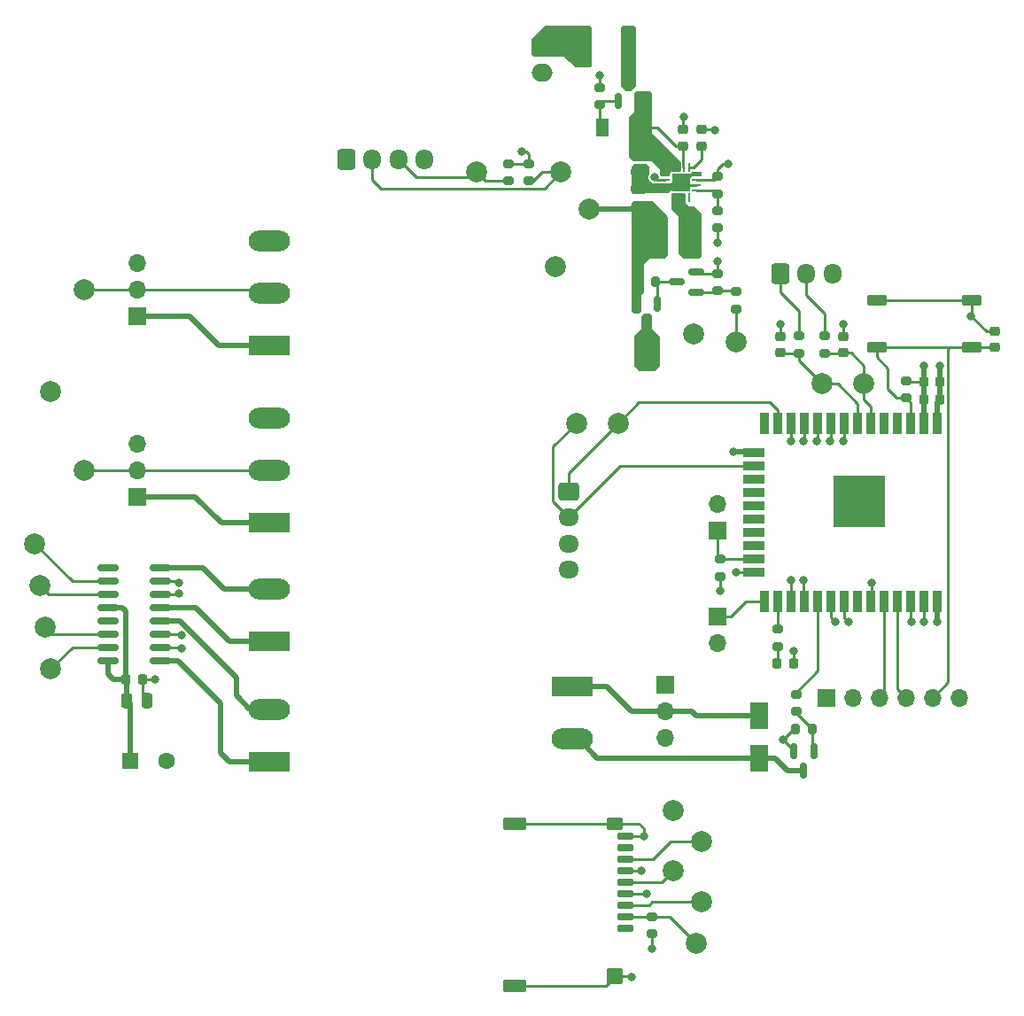
<source format=gtl>
%TF.GenerationSoftware,KiCad,Pcbnew,(6.0.5)*%
%TF.CreationDate,2022-06-07T13:18:44+00:00*%
%TF.ProjectId,co2_sensor_node,636f325f-7365-46e7-936f-725f6e6f6465,rev?*%
%TF.SameCoordinates,Original*%
%TF.FileFunction,Copper,L1,Top*%
%TF.FilePolarity,Positive*%
%FSLAX46Y46*%
G04 Gerber Fmt 4.6, Leading zero omitted, Abs format (unit mm)*
G04 Created by KiCad (PCBNEW (6.0.5)) date 2022-06-07 13:18:44*
%MOMM*%
%LPD*%
G01*
G04 APERTURE LIST*
G04 Aperture macros list*
%AMRoundRect*
0 Rectangle with rounded corners*
0 $1 Rounding radius*
0 $2 $3 $4 $5 $6 $7 $8 $9 X,Y pos of 4 corners*
0 Add a 4 corners polygon primitive as box body*
4,1,4,$2,$3,$4,$5,$6,$7,$8,$9,$2,$3,0*
0 Add four circle primitives for the rounded corners*
1,1,$1+$1,$2,$3*
1,1,$1+$1,$4,$5*
1,1,$1+$1,$6,$7*
1,1,$1+$1,$8,$9*
0 Add four rect primitives between the rounded corners*
20,1,$1+$1,$2,$3,$4,$5,0*
20,1,$1+$1,$4,$5,$6,$7,0*
20,1,$1+$1,$6,$7,$8,$9,0*
20,1,$1+$1,$8,$9,$2,$3,0*%
G04 Aperture macros list end*
%TA.AperFunction,ComponentPad*%
%ADD10R,1.700000X1.700000*%
%TD*%
%TA.AperFunction,ComponentPad*%
%ADD11O,1.700000X1.700000*%
%TD*%
%TA.AperFunction,ComponentPad*%
%ADD12C,2.000000*%
%TD*%
%TA.AperFunction,SMDPad,CuDef*%
%ADD13RoundRect,0.225000X0.250000X-0.225000X0.250000X0.225000X-0.250000X0.225000X-0.250000X-0.225000X0*%
%TD*%
%TA.AperFunction,SMDPad,CuDef*%
%ADD14RoundRect,0.200000X0.275000X-0.200000X0.275000X0.200000X-0.275000X0.200000X-0.275000X-0.200000X0*%
%TD*%
%TA.AperFunction,ComponentPad*%
%ADD15R,3.960000X1.980000*%
%TD*%
%TA.AperFunction,ComponentPad*%
%ADD16O,3.960000X1.980000*%
%TD*%
%TA.AperFunction,SMDPad,CuDef*%
%ADD17RoundRect,0.150000X-0.150000X0.587500X-0.150000X-0.587500X0.150000X-0.587500X0.150000X0.587500X0*%
%TD*%
%TA.AperFunction,SMDPad,CuDef*%
%ADD18RoundRect,0.250000X-0.475000X0.250000X-0.475000X-0.250000X0.475000X-0.250000X0.475000X0.250000X0*%
%TD*%
%TA.AperFunction,ComponentPad*%
%ADD19RoundRect,0.250000X-0.725000X0.600000X-0.725000X-0.600000X0.725000X-0.600000X0.725000X0.600000X0*%
%TD*%
%TA.AperFunction,ComponentPad*%
%ADD20O,1.950000X1.700000*%
%TD*%
%TA.AperFunction,SMDPad,CuDef*%
%ADD21RoundRect,0.100000X-0.850000X-0.400000X0.850000X-0.400000X0.850000X0.400000X-0.850000X0.400000X0*%
%TD*%
%TA.AperFunction,SMDPad,CuDef*%
%ADD22RoundRect,0.200000X-0.275000X0.200000X-0.275000X-0.200000X0.275000X-0.200000X0.275000X0.200000X0*%
%TD*%
%TA.AperFunction,ComponentPad*%
%ADD23RoundRect,0.250000X-0.750000X0.600000X-0.750000X-0.600000X0.750000X-0.600000X0.750000X0.600000X0*%
%TD*%
%TA.AperFunction,ComponentPad*%
%ADD24O,2.000000X1.700000*%
%TD*%
%TA.AperFunction,SMDPad,CuDef*%
%ADD25RoundRect,0.225000X-0.225000X-0.250000X0.225000X-0.250000X0.225000X0.250000X-0.225000X0.250000X0*%
%TD*%
%TA.AperFunction,SMDPad,CuDef*%
%ADD26RoundRect,0.110000X0.440000X1.740000X-0.440000X1.740000X-0.440000X-1.740000X0.440000X-1.740000X0*%
%TD*%
%TA.AperFunction,SMDPad,CuDef*%
%ADD27R,1.300000X1.700000*%
%TD*%
%TA.AperFunction,SMDPad,CuDef*%
%ADD28RoundRect,0.150000X0.587500X0.150000X-0.587500X0.150000X-0.587500X-0.150000X0.587500X-0.150000X0*%
%TD*%
%TA.AperFunction,SMDPad,CuDef*%
%ADD29RoundRect,0.150000X0.150000X-0.587500X0.150000X0.587500X-0.150000X0.587500X-0.150000X-0.587500X0*%
%TD*%
%TA.AperFunction,SMDPad,CuDef*%
%ADD30R,0.900000X2.000000*%
%TD*%
%TA.AperFunction,SMDPad,CuDef*%
%ADD31R,2.000000X0.900000*%
%TD*%
%TA.AperFunction,SMDPad,CuDef*%
%ADD32R,5.000000X5.000000*%
%TD*%
%TA.AperFunction,SMDPad,CuDef*%
%ADD33RoundRect,0.200000X0.200000X0.275000X-0.200000X0.275000X-0.200000X-0.275000X0.200000X-0.275000X0*%
%TD*%
%TA.AperFunction,SMDPad,CuDef*%
%ADD34RoundRect,0.200000X-0.200000X-0.275000X0.200000X-0.275000X0.200000X0.275000X-0.200000X0.275000X0*%
%TD*%
%TA.AperFunction,ComponentPad*%
%ADD35RoundRect,0.250000X-0.600000X-0.725000X0.600000X-0.725000X0.600000X0.725000X-0.600000X0.725000X0*%
%TD*%
%TA.AperFunction,ComponentPad*%
%ADD36O,1.700000X1.950000*%
%TD*%
%TA.AperFunction,SMDPad,CuDef*%
%ADD37RoundRect,0.218750X0.218750X0.256250X-0.218750X0.256250X-0.218750X-0.256250X0.218750X-0.256250X0*%
%TD*%
%TA.AperFunction,SMDPad,CuDef*%
%ADD38RoundRect,0.250000X0.475000X-0.250000X0.475000X0.250000X-0.475000X0.250000X-0.475000X-0.250000X0*%
%TD*%
%TA.AperFunction,SMDPad,CuDef*%
%ADD39RoundRect,0.250000X-0.250000X-0.475000X0.250000X-0.475000X0.250000X0.475000X-0.250000X0.475000X0*%
%TD*%
%TA.AperFunction,SMDPad,CuDef*%
%ADD40RoundRect,0.150000X-0.850000X-0.150000X0.850000X-0.150000X0.850000X0.150000X-0.850000X0.150000X0*%
%TD*%
%TA.AperFunction,ComponentPad*%
%ADD41R,1.600000X1.600000*%
%TD*%
%TA.AperFunction,ComponentPad*%
%ADD42C,1.600000*%
%TD*%
%TA.AperFunction,SMDPad,CuDef*%
%ADD43RoundRect,0.175000X-0.625000X0.175000X-0.625000X-0.175000X0.625000X-0.175000X0.625000X0.175000X0*%
%TD*%
%TA.AperFunction,SMDPad,CuDef*%
%ADD44RoundRect,0.120000X-0.630000X0.480000X-0.630000X-0.480000X0.630000X-0.480000X0.630000X0.480000X0*%
%TD*%
%TA.AperFunction,SMDPad,CuDef*%
%ADD45RoundRect,0.150000X-0.600000X0.650000X-0.600000X-0.650000X0.600000X-0.650000X0.600000X0.650000X0*%
%TD*%
%TA.AperFunction,SMDPad,CuDef*%
%ADD46RoundRect,0.120000X-0.980000X0.480000X-0.980000X-0.480000X0.980000X-0.480000X0.980000X0.480000X0*%
%TD*%
%TA.AperFunction,SMDPad,CuDef*%
%ADD47R,1.800000X2.500000*%
%TD*%
%TA.AperFunction,SMDPad,CuDef*%
%ADD48RoundRect,0.062500X0.062500X-0.350000X0.062500X0.350000X-0.062500X0.350000X-0.062500X-0.350000X0*%
%TD*%
%TA.AperFunction,SMDPad,CuDef*%
%ADD49RoundRect,0.062500X0.350000X-0.062500X0.350000X0.062500X-0.350000X0.062500X-0.350000X-0.062500X0*%
%TD*%
%TA.AperFunction,ComponentPad*%
%ADD50C,0.500000*%
%TD*%
%TA.AperFunction,SMDPad,CuDef*%
%ADD51R,1.680000X1.680000*%
%TD*%
%TA.AperFunction,SMDPad,CuDef*%
%ADD52RoundRect,0.250000X0.312500X1.450000X-0.312500X1.450000X-0.312500X-1.450000X0.312500X-1.450000X0*%
%TD*%
%TA.AperFunction,ViaPad*%
%ADD53C,0.800000*%
%TD*%
%TA.AperFunction,Conductor*%
%ADD54C,0.250000*%
%TD*%
%TA.AperFunction,Conductor*%
%ADD55C,0.500000*%
%TD*%
G04 APERTURE END LIST*
D10*
%TO.P,JP1,1,Pin_1*%
%TO.N,/Microprocessor section/MTDO*%
X169500000Y-106750000D03*
D11*
%TO.P,JP1,2,Pin_2*%
%TO.N,+3V3*%
X169500000Y-104210000D03*
%TD*%
D12*
%TO.P,TP6,1,1*%
%TO.N,/CO2 Sensor Connector/UART_RX*%
X156000000Y-96500000D03*
%TD*%
D13*
%TO.P,C3,1*%
%TO.N,Net-(C3-Pad1)*%
X168000000Y-70000000D03*
%TO.P,C3,2*%
%TO.N,GND*%
X168000000Y-68450000D03*
%TD*%
D14*
%TO.P,R14,1*%
%TO.N,Net-(Q4-Pad1)*%
X177000000Y-124075000D03*
%TO.P,R14,2*%
%TO.N,/Fan/FAN*%
X177000000Y-122425000D03*
%TD*%
D15*
%TO.P,J3,1,Pin_1*%
%TO.N,/Valve Driver/OUT_B*%
X126625000Y-117335000D03*
D16*
%TO.P,J3,2,Pin_2*%
%TO.N,/Valve Driver/OUT_A*%
X126625000Y-112335000D03*
%TD*%
D12*
%TO.P,TP5,1,1*%
%TO.N,/Microprocessor section/PWR_EN*%
X171250000Y-88750000D03*
%TD*%
D17*
%TO.P,Q2,1,G*%
%TO.N,Net-(Q1-Pad3)*%
X163700000Y-85062500D03*
%TO.P,Q2,2,S*%
%TO.N,+3V3*%
X161800000Y-85062500D03*
%TO.P,Q2,3,D*%
%TO.N,/Atmo sensor/3V3_IN*%
X162750000Y-86937500D03*
%TD*%
%TO.P,Q4,1,G*%
%TO.N,Net-(Q4-Pad1)*%
X178700000Y-127812500D03*
%TO.P,Q4,2,S*%
%TO.N,GND*%
X176800000Y-127812500D03*
%TO.P,Q4,3,D*%
%TO.N,Net-(D3-Pad2)*%
X177750000Y-129687500D03*
%TD*%
D12*
%TO.P,TP2,1,1*%
%TO.N,/Atmo sensor/SCL*%
X154500000Y-72500000D03*
%TD*%
D18*
%TO.P,C1,1*%
%TO.N,+BATT*%
X162000000Y-70550000D03*
%TO.P,C1,2*%
%TO.N,GND*%
X162000000Y-72450000D03*
%TD*%
D15*
%TO.P,J5,1,Pin_1*%
%TO.N,/Atmo sensor/3V3_IN*%
X126625000Y-106045000D03*
D16*
%TO.P,J5,2,Pin_2*%
%TO.N,/Microprocessor section/MOISTURE_SENSOR*%
X126625000Y-101045000D03*
%TO.P,J5,3,Pin_3*%
%TO.N,GND*%
X126625000Y-96045000D03*
%TD*%
D14*
%TO.P,R3,1*%
%TO.N,Net-(D1-Pad2)*%
X175250000Y-117825000D03*
%TO.P,R3,2*%
%TO.N,/Microprocessor section/STATUS_LED*%
X175250000Y-116175000D03*
%TD*%
D12*
%TO.P,TP4,1,1*%
%TO.N,+3V3*%
X157250000Y-76000000D03*
%TD*%
D10*
%TO.P,J11,1,Pin_1*%
%TO.N,+3V3*%
X179900000Y-122750000D03*
D11*
%TO.P,J11,2,Pin_2*%
%TO.N,GND*%
X182440000Y-122750000D03*
%TO.P,J11,3,Pin_3*%
%TO.N,/Microprocessor section/RXD0*%
X184980000Y-122750000D03*
%TO.P,J11,4,Pin_4*%
%TO.N,/Microprocessor section/TXD0*%
X187520000Y-122750000D03*
%TO.P,J11,5,Pin_5*%
%TO.N,/Microprocessor section/EN*%
X190060000Y-122750000D03*
%TO.P,J11,6,Pin_6*%
%TO.N,/Microprocessor section/BOOT*%
X192600000Y-122750000D03*
%TD*%
D14*
%TO.P,R4,1*%
%TO.N,/Microprocessor section/PWR_EN*%
X171250000Y-85575000D03*
%TO.P,R4,2*%
%TO.N,Net-(Q1-Pad1)*%
X171250000Y-83925000D03*
%TD*%
D19*
%TO.P,J9,1,Pin_1*%
%TO.N,/CO2 Sensor Connector/UART_TX*%
X155250000Y-103000000D03*
D20*
%TO.P,J9,2,Pin_2*%
%TO.N,/CO2 Sensor Connector/UART_RX*%
X155250000Y-105500000D03*
%TO.P,J9,3,Pin_3*%
%TO.N,/Atmo sensor/3V3_IN*%
X155250000Y-108000000D03*
%TO.P,J9,4,Pin_4*%
%TO.N,GND*%
X155250000Y-110500000D03*
%TD*%
D12*
%TO.P,TP15,1,1*%
%TO.N,/Microprocessor section/CELL_2*%
X179500000Y-92750000D03*
%TD*%
D13*
%TO.P,C4,1*%
%TO.N,/Microprocessor section/CELL_1*%
X181500000Y-89775000D03*
%TO.P,C4,2*%
%TO.N,GND*%
X181500000Y-88225000D03*
%TD*%
D10*
%TO.P,J2,1,Pin_1*%
%TO.N,/Atmo sensor/3V3_IN*%
X114000000Y-86290000D03*
D11*
%TO.P,J2,2,Pin_2*%
%TO.N,/Microprocessor section/TEMP_SENSOR*%
X114000000Y-83750000D03*
%TO.P,J2,3,Pin_3*%
%TO.N,GND*%
X114000000Y-81210000D03*
%TD*%
D10*
%TO.P,J12,1,Pin_1*%
%TO.N,+BATT*%
X164500000Y-121475000D03*
D11*
%TO.P,J12,2,Pin_2*%
%TO.N,Net-(D3-Pad1)*%
X164500000Y-124015000D03*
%TO.P,J12,3,Pin_3*%
%TO.N,/Atmo sensor/3V3_IN*%
X164500000Y-126555000D03*
%TD*%
D12*
%TO.P,TP1,1,1*%
%TO.N,/Atmo sensor/3V3_IN*%
X162750000Y-90250000D03*
%TD*%
D21*
%TO.P,SW1,1,1*%
%TO.N,GND*%
X193800000Y-84740000D03*
X184700000Y-84740000D03*
%TO.P,SW1,2,2*%
%TO.N,/Microprocessor section/EN*%
X193800000Y-89240000D03*
X184700000Y-89240000D03*
%TD*%
D22*
%TO.P,R11,1*%
%TO.N,Net-(R10-Pad2)*%
X169500000Y-76175000D03*
%TO.P,R11,2*%
%TO.N,GND*%
X169500000Y-77825000D03*
%TD*%
D14*
%TO.P,R2,1*%
%TO.N,/Atmo sensor/SDA*%
X149500000Y-73325000D03*
%TO.P,R2,2*%
%TO.N,/Atmo sensor/3V3_IN*%
X149500000Y-71675000D03*
%TD*%
D22*
%TO.P,R13,1*%
%TO.N,+3V3*%
X187500000Y-92425000D03*
%TO.P,R13,2*%
%TO.N,/Microprocessor section/EN*%
X187500000Y-94075000D03*
%TD*%
D23*
%TO.P,J7,1,Pin_1*%
%TO.N,Net-(F1-Pad2)*%
X152775000Y-60500000D03*
D24*
%TO.P,J7,2,Pin_2*%
%TO.N,GND*%
X152775000Y-63000000D03*
%TD*%
D12*
%TO.P,TP16,1,1*%
%TO.N,/Microprocessor section/VALVE_1_REV*%
X104750000Y-112000000D03*
%TD*%
D14*
%TO.P,R9,1*%
%TO.N,Net-(D2-Pad2)*%
X158250000Y-66075000D03*
%TO.P,R9,2*%
%TO.N,GND*%
X158250000Y-64425000D03*
%TD*%
D22*
%TO.P,R7,1*%
%TO.N,Net-(J8-Pad2)*%
X179750000Y-88175000D03*
%TO.P,R7,2*%
%TO.N,/Microprocessor section/CELL_1*%
X179750000Y-89825000D03*
%TD*%
D25*
%TO.P,C12,1*%
%TO.N,/Atmo sensor/3V3_IN*%
X112975000Y-121000000D03*
%TO.P,C12,2*%
%TO.N,GND*%
X114525000Y-121000000D03*
%TD*%
D13*
%TO.P,C2,1*%
%TO.N,+BATT*%
X166225000Y-70000000D03*
%TO.P,C2,2*%
%TO.N,GND*%
X166225000Y-68450000D03*
%TD*%
D15*
%TO.P,J4,1,Pin_1*%
%TO.N,/Valve Driver/OUT_D*%
X126625000Y-128835000D03*
D16*
%TO.P,J4,2,Pin_2*%
%TO.N,/Valve Driver/OUT_C*%
X126625000Y-123835000D03*
%TD*%
D14*
%TO.P,R1,1*%
%TO.N,/Atmo sensor/SCL*%
X151500000Y-73325000D03*
%TO.P,R1,2*%
%TO.N,/Atmo sensor/3V3_IN*%
X151500000Y-71675000D03*
%TD*%
D26*
%TO.P,L1,1,1*%
%TO.N,Net-(L1-Pad1)*%
X167000000Y-78500000D03*
%TO.P,L1,2,2*%
%TO.N,+3V3*%
X164000000Y-78500000D03*
%TD*%
D12*
%TO.P,TP10,1,1*%
%TO.N,GND*%
X105750000Y-93500000D03*
%TD*%
D27*
%TO.P,D2,1,K*%
%TO.N,+BATT*%
X162000000Y-68250000D03*
%TO.P,D2,2,A*%
%TO.N,Net-(D2-Pad2)*%
X158500000Y-68250000D03*
%TD*%
D28*
%TO.P,Q1,1,G*%
%TO.N,Net-(Q1-Pad1)*%
X167437500Y-83950000D03*
%TO.P,Q1,2,S*%
%TO.N,GND*%
X167437500Y-82050000D03*
%TO.P,Q1,3,D*%
%TO.N,Net-(Q1-Pad3)*%
X165562500Y-83000000D03*
%TD*%
D12*
%TO.P,TP13,1,1*%
%TO.N,/Microprocessor section/TEMP_SENSOR*%
X109000000Y-83750000D03*
%TD*%
%TO.P,TP18,1,1*%
%TO.N,/Microprocessor section/VALVE_1_FWD*%
X104250000Y-108000000D03*
%TD*%
D10*
%TO.P,JP2,1,Pin_1*%
%TO.N,/Microprocessor section/BOOT*%
X169500000Y-114975000D03*
D11*
%TO.P,JP2,2,Pin_2*%
%TO.N,GND*%
X169500000Y-117515000D03*
%TD*%
D25*
%TO.P,C8,1*%
%TO.N,+3V3*%
X189225000Y-92500000D03*
%TO.P,C8,2*%
%TO.N,GND*%
X190775000Y-92500000D03*
%TD*%
D29*
%TO.P,Q3,1,G*%
%TO.N,Net-(D2-Pad2)*%
X160050000Y-65687500D03*
%TO.P,Q3,2,S*%
%TO.N,+BATT*%
X161950000Y-65687500D03*
%TO.P,Q3,3,D*%
%TO.N,Net-(F1-Pad1)*%
X161000000Y-63812500D03*
%TD*%
D12*
%TO.P,TP9,1,1*%
%TO.N,GND*%
X167250000Y-88000000D03*
%TD*%
D30*
%TO.P,U2,1,GND*%
%TO.N,GND*%
X190505000Y-96500000D03*
%TO.P,U2,2,VDD*%
%TO.N,+3V3*%
X189235000Y-96500000D03*
%TO.P,U2,3,EN*%
%TO.N,/Microprocessor section/EN*%
X187965000Y-96500000D03*
%TO.P,U2,4,SENSOR_VP*%
%TO.N,unconnected-(U2-Pad4)*%
X186695000Y-96500000D03*
%TO.P,U2,5,SENSOR_VN*%
%TO.N,unconnected-(U2-Pad5)*%
X185425000Y-96500000D03*
%TO.P,U2,6,IO34*%
%TO.N,/Microprocessor section/CELL_1*%
X184155000Y-96500000D03*
%TO.P,U2,7,IO35*%
%TO.N,/Microprocessor section/CELL_2*%
X182885000Y-96500000D03*
%TO.P,U2,8,IO32*%
%TO.N,/Microprocessor section/VALVE_1_FWD*%
X181615000Y-96500000D03*
%TO.P,U2,9,IO33*%
%TO.N,/Microprocessor section/VALVE_1_REV*%
X180345000Y-96500000D03*
%TO.P,U2,10,IO25*%
%TO.N,/Microprocessor section/MOISTURE_SENSOR*%
X179075000Y-96500000D03*
%TO.P,U2,11,IO26*%
%TO.N,/Microprocessor section/VALVE_2_FWD*%
X177805000Y-96500000D03*
%TO.P,U2,12,IO27*%
%TO.N,/Microprocessor section/VALVE_2_REV*%
X176535000Y-96500000D03*
%TO.P,U2,13,IO14*%
%TO.N,/CO2 Sensor Connector/UART_TX*%
X175265000Y-96500000D03*
%TO.P,U2,14,IO12*%
%TO.N,/Microprocessor section/MTDI*%
X173995000Y-96500000D03*
D31*
%TO.P,U2,15,GND*%
%TO.N,GND*%
X172995000Y-99285000D03*
%TO.P,U2,16,IO13*%
%TO.N,/CO2 Sensor Connector/UART_RX*%
X172995000Y-100555000D03*
%TO.P,U2,17,SHD/SD2*%
%TO.N,unconnected-(U2-Pad17)*%
X172995000Y-101825000D03*
%TO.P,U2,18,SWP/SD3*%
%TO.N,unconnected-(U2-Pad18)*%
X172995000Y-103095000D03*
%TO.P,U2,19,SCS/CMD*%
%TO.N,unconnected-(U2-Pad19)*%
X172995000Y-104365000D03*
%TO.P,U2,20,SCK/CLK*%
%TO.N,unconnected-(U2-Pad20)*%
X172995000Y-105635000D03*
%TO.P,U2,21,SDO/SD0*%
%TO.N,unconnected-(U2-Pad21)*%
X172995000Y-106905000D03*
%TO.P,U2,22,SDI/SD1*%
%TO.N,unconnected-(U2-Pad22)*%
X172995000Y-108175000D03*
%TO.P,U2,23,IO15*%
%TO.N,/Microprocessor section/MTDO*%
X172995000Y-109445000D03*
%TO.P,U2,24,IO2*%
%TO.N,/Microprocessor section/PWR_EN*%
X172995000Y-110715000D03*
D30*
%TO.P,U2,25,IO0*%
%TO.N,/Microprocessor section/BOOT*%
X173995000Y-113500000D03*
%TO.P,U2,26,IO4*%
%TO.N,/Microprocessor section/STATUS_LED*%
X175265000Y-113500000D03*
%TO.P,U2,27,IO16*%
%TO.N,/Atmo sensor/SDA*%
X176535000Y-113500000D03*
%TO.P,U2,28,IO17*%
%TO.N,/Atmo sensor/SCL*%
X177805000Y-113500000D03*
%TO.P,U2,29,IO5*%
%TO.N,/Fan/FAN*%
X179075000Y-113500000D03*
%TO.P,U2,30,IO18*%
%TO.N,/Microprocessor section/SPI_SCLK*%
X180345000Y-113500000D03*
%TO.P,U2,31,IO19*%
%TO.N,/Microprocessor section/SPI_MISO*%
X181615000Y-113500000D03*
%TO.P,U2,32,NC*%
%TO.N,unconnected-(U2-Pad32)*%
X182885000Y-113500000D03*
%TO.P,U2,33,IO21*%
%TO.N,/Microprocessor section/TEMP_SENSOR*%
X184155000Y-113500000D03*
%TO.P,U2,34,RXD0/IO3*%
%TO.N,/Microprocessor section/RXD0*%
X185425000Y-113500000D03*
%TO.P,U2,35,TXD0/IO1*%
%TO.N,/Microprocessor section/TXD0*%
X186695000Y-113500000D03*
%TO.P,U2,36,IO22*%
%TO.N,/Microprocessor section/SPI_SD_CSN*%
X187965000Y-113500000D03*
%TO.P,U2,37,IO23*%
%TO.N,/Microprocessor section/SPI_MOSI*%
X189235000Y-113500000D03*
%TO.P,U2,38,GND*%
%TO.N,GND*%
X190505000Y-113500000D03*
D32*
%TO.P,U2,39,GND*%
X183005000Y-104000000D03*
%TD*%
D13*
%TO.P,C7,1*%
%TO.N,/Microprocessor section/EN*%
X196000000Y-89275000D03*
%TO.P,C7,2*%
%TO.N,GND*%
X196000000Y-87725000D03*
%TD*%
D12*
%TO.P,TP12,1,1*%
%TO.N,/Microprocessor section/MOISTURE_SENSOR*%
X109000000Y-101000000D03*
%TD*%
D33*
%TO.P,R15,1*%
%TO.N,Net-(Q4-Pad1)*%
X178575000Y-125750000D03*
%TO.P,R15,2*%
%TO.N,GND*%
X176925000Y-125750000D03*
%TD*%
D34*
%TO.P,R6,1*%
%TO.N,+3V3*%
X161925000Y-83000000D03*
%TO.P,R6,2*%
%TO.N,Net-(Q1-Pad3)*%
X163575000Y-83000000D03*
%TD*%
D35*
%TO.P,J10,1,Pin_1*%
%TO.N,/Atmo sensor/3V3_IN*%
X134000000Y-71250000D03*
D36*
%TO.P,J10,2,Pin_2*%
%TO.N,/Atmo sensor/SCL*%
X136500000Y-71250000D03*
%TO.P,J10,3,Pin_3*%
%TO.N,/Atmo sensor/SDA*%
X139000000Y-71250000D03*
%TO.P,J10,4,Pin_4*%
%TO.N,GND*%
X141500000Y-71250000D03*
%TD*%
D37*
%TO.P,D1,1,K*%
%TO.N,GND*%
X176787500Y-119500000D03*
%TO.P,D1,2,A*%
%TO.N,Net-(D1-Pad2)*%
X175212500Y-119500000D03*
%TD*%
D15*
%TO.P,J6,1,Pin_1*%
%TO.N,/Atmo sensor/3V3_IN*%
X126625000Y-89045000D03*
D16*
%TO.P,J6,2,Pin_2*%
%TO.N,/Microprocessor section/TEMP_SENSOR*%
X126625000Y-84045000D03*
%TO.P,J6,3,Pin_3*%
%TO.N,GND*%
X126625000Y-79045000D03*
%TD*%
D14*
%TO.P,R12,1*%
%TO.N,GND*%
X169750000Y-111150000D03*
%TO.P,R12,2*%
%TO.N,/Microprocessor section/MTDO*%
X169750000Y-109500000D03*
%TD*%
D12*
%TO.P,TP11,1,1*%
%TO.N,GND*%
X165250000Y-133500000D03*
%TD*%
%TO.P,TP8,1,1*%
%TO.N,GND*%
X154000000Y-81500000D03*
%TD*%
D38*
%TO.P,C6,1*%
%TO.N,+3V3*%
X162000000Y-75950000D03*
%TO.P,C6,2*%
%TO.N,GND*%
X162000000Y-74050000D03*
%TD*%
D12*
%TO.P,TP3,1,1*%
%TO.N,/Atmo sensor/SDA*%
X146500000Y-72500000D03*
%TD*%
D39*
%TO.P,C11,1*%
%TO.N,/Atmo sensor/3V3_IN*%
X113050000Y-123000000D03*
%TO.P,C11,2*%
%TO.N,GND*%
X114950000Y-123000000D03*
%TD*%
D25*
%TO.P,C9,1*%
%TO.N,+3V3*%
X189225000Y-94250000D03*
%TO.P,C9,2*%
%TO.N,GND*%
X190775000Y-94250000D03*
%TD*%
D14*
%TO.P,R5,1*%
%TO.N,Net-(Q1-Pad1)*%
X169500000Y-83825000D03*
%TO.P,R5,2*%
%TO.N,GND*%
X169500000Y-82175000D03*
%TD*%
%TO.P,R16,1*%
%TO.N,/Atmo sensor/3V3_IN*%
X163250000Y-145325000D03*
%TO.P,R16,2*%
%TO.N,/Microprocessor section/SPI_SD_CSN*%
X163250000Y-143675000D03*
%TD*%
D13*
%TO.P,C5,1*%
%TO.N,/Microprocessor section/CELL_2*%
X175500000Y-89775000D03*
%TO.P,C5,2*%
%TO.N,GND*%
X175500000Y-88225000D03*
%TD*%
D12*
%TO.P,TP19,1,1*%
%TO.N,/Microprocessor section/VALVE_2_REV*%
X105750000Y-120000000D03*
%TD*%
D40*
%TO.P,U3,1*%
%TO.N,N/C*%
X111250000Y-110305000D03*
%TO.P,U3,2,INA*%
%TO.N,/Microprocessor section/VALVE_1_FWD*%
X111250000Y-111575000D03*
%TO.P,U3,3,INB*%
%TO.N,/Microprocessor section/VALVE_1_REV*%
X111250000Y-112845000D03*
%TO.P,U3,4,VDD*%
%TO.N,/Atmo sensor/3V3_IN*%
X111250000Y-114115000D03*
%TO.P,U3,5*%
%TO.N,N/C*%
X111250000Y-115385000D03*
%TO.P,U3,6,INC*%
%TO.N,/Microprocessor section/VALVE_2_FWD*%
X111250000Y-116655000D03*
%TO.P,U3,7,IND*%
%TO.N,/Microprocessor section/VALVE_2_REV*%
X111250000Y-117925000D03*
%TO.P,U3,8,VDD*%
%TO.N,/Atmo sensor/3V3_IN*%
X111250000Y-119195000D03*
%TO.P,U3,9,OUTD*%
%TO.N,/Valve Driver/OUT_D*%
X116250000Y-119195000D03*
%TO.P,U3,10,AGND*%
%TO.N,GND*%
X116250000Y-117925000D03*
%TO.P,U3,11,PGND*%
X116250000Y-116655000D03*
%TO.P,U3,12,OUTC*%
%TO.N,/Valve Driver/OUT_C*%
X116250000Y-115385000D03*
%TO.P,U3,13,OUTB*%
%TO.N,/Valve Driver/OUT_B*%
X116250000Y-114115000D03*
%TO.P,U3,14,AGND*%
%TO.N,GND*%
X116250000Y-112845000D03*
%TO.P,U3,15,PGND*%
X116250000Y-111575000D03*
%TO.P,U3,16,OUTA*%
%TO.N,/Valve Driver/OUT_A*%
X116250000Y-110305000D03*
%TD*%
D41*
%TO.P,C10,1*%
%TO.N,/Atmo sensor/3V3_IN*%
X113347349Y-128750000D03*
D42*
%TO.P,C10,2*%
%TO.N,GND*%
X116847349Y-128750000D03*
%TD*%
D10*
%TO.P,J1,1,Pin_1*%
%TO.N,/Atmo sensor/3V3_IN*%
X114000000Y-103540000D03*
D11*
%TO.P,J1,2,Pin_2*%
%TO.N,/Microprocessor section/MOISTURE_SENSOR*%
X114000000Y-101000000D03*
%TO.P,J1,3,Pin_3*%
%TO.N,GND*%
X114000000Y-98460000D03*
%TD*%
D12*
%TO.P,TP14,1,1*%
%TO.N,/Microprocessor section/CELL_1*%
X183500000Y-92750000D03*
%TD*%
%TO.P,TP20,1,1*%
%TO.N,/Microprocessor section/SPI_MOSI*%
X168000000Y-142250000D03*
%TD*%
%TO.P,TP7,1,1*%
%TO.N,/CO2 Sensor Connector/UART_TX*%
X160000000Y-96500000D03*
%TD*%
D43*
%TO.P,J14,1,DAT2*%
%TO.N,unconnected-(J14-Pad1)*%
X160700000Y-144750000D03*
%TO.P,J14,2,DAT3/CD*%
%TO.N,/Microprocessor section/SPI_SD_CSN*%
X160700000Y-143650000D03*
%TO.P,J14,3,CMD*%
%TO.N,/Microprocessor section/SPI_MOSI*%
X160700000Y-142550000D03*
%TO.P,J14,4,VDD*%
%TO.N,/Atmo sensor/3V3_IN*%
X160700000Y-141450000D03*
%TO.P,J14,5,CLK*%
%TO.N,/Microprocessor section/SPI_SCLK*%
X160700000Y-140350000D03*
%TO.P,J14,6,VSS*%
%TO.N,GND*%
X160700000Y-139250000D03*
%TO.P,J14,7,DAT0*%
%TO.N,/Microprocessor section/SPI_MISO*%
X160700000Y-138150000D03*
%TO.P,J14,8,DAT1*%
%TO.N,unconnected-(J14-Pad8)*%
X160700000Y-137050000D03*
%TO.P,J14,9,DET_B*%
%TO.N,GND*%
X160700000Y-135950000D03*
D44*
%TO.P,J14,11,SHIELD*%
X159700000Y-134750000D03*
D45*
X159700000Y-149350000D03*
D46*
X150100000Y-150250000D03*
X150100000Y-134750000D03*
%TD*%
D47*
%TO.P,D3,1,K*%
%TO.N,Net-(D3-Pad1)*%
X173500000Y-124500000D03*
%TO.P,D3,2,A*%
%TO.N,Net-(D3-Pad2)*%
X173500000Y-128500000D03*
%TD*%
D12*
%TO.P,TP17,1,1*%
%TO.N,/Microprocessor section/VALVE_2_FWD*%
X105250000Y-116000000D03*
%TD*%
%TO.P,TP21,1,1*%
%TO.N,/Microprocessor section/SPI_SCLK*%
X165250000Y-139250000D03*
%TD*%
%TO.P,TP22,1,1*%
%TO.N,/Microprocessor section/SPI_SD_CSN*%
X167500000Y-146250000D03*
%TD*%
D48*
%TO.P,U1,1,SW*%
%TO.N,Net-(L1-Pad1)*%
X165250000Y-74962500D03*
%TO.P,U1,2,SW*%
X165750000Y-74962500D03*
%TO.P,U1,3,SW*%
X166250000Y-74962500D03*
%TO.P,U1,4,PG*%
%TO.N,unconnected-(U1-Pad4)*%
X166750000Y-74962500D03*
D49*
%TO.P,U1,5,FB*%
%TO.N,Net-(R10-Pad2)*%
X167462500Y-74250000D03*
%TO.P,U1,6,AGND*%
%TO.N,GND*%
X167462500Y-73750000D03*
%TO.P,U1,7,FSW*%
%TO.N,+3V3*%
X167462500Y-73250000D03*
%TO.P,U1,8,DEF*%
%TO.N,GND*%
X167462500Y-72750000D03*
D48*
%TO.P,U1,9,SS/TR*%
%TO.N,Net-(C3-Pad1)*%
X166750000Y-72037500D03*
%TO.P,U1,10,AVIN*%
%TO.N,+BATT*%
X166250000Y-72037500D03*
%TO.P,U1,11,PVIN*%
X165750000Y-72037500D03*
%TO.P,U1,12,PVIN*%
X165250000Y-72037500D03*
D49*
%TO.P,U1,13,EN*%
X164537500Y-72750000D03*
%TO.P,U1,14,VOS*%
%TO.N,+3V3*%
X164537500Y-73250000D03*
%TO.P,U1,15,PGND*%
%TO.N,GND*%
X164537500Y-73750000D03*
%TO.P,U1,16,PGND*%
X164537500Y-74250000D03*
D50*
%TO.P,U1,17,EP*%
X166590000Y-74090000D03*
X165410000Y-74090000D03*
D51*
X166000000Y-73500000D03*
D50*
X166590000Y-72910000D03*
X165410000Y-72910000D03*
%TD*%
D15*
%TO.P,J13,1,Pin_1*%
%TO.N,Net-(D3-Pad1)*%
X155625000Y-121665000D03*
D16*
%TO.P,J13,2,Pin_2*%
%TO.N,Net-(D3-Pad2)*%
X155625000Y-126665000D03*
%TD*%
D52*
%TO.P,F1,1*%
%TO.N,Net-(F1-Pad1)*%
X160887500Y-60250000D03*
%TO.P,F1,2*%
%TO.N,Net-(F1-Pad2)*%
X156612500Y-60250000D03*
%TD*%
D12*
%TO.P,TP23,1,1*%
%TO.N,/Microprocessor section/SPI_MISO*%
X168000000Y-136500000D03*
%TD*%
D22*
%TO.P,R10,1*%
%TO.N,+3V3*%
X169500000Y-72925000D03*
%TO.P,R10,2*%
%TO.N,Net-(R10-Pad2)*%
X169500000Y-74575000D03*
%TD*%
D35*
%TO.P,J8,1,Pin_1*%
%TO.N,Net-(J8-Pad1)*%
X175500000Y-82225000D03*
D36*
%TO.P,J8,2,Pin_2*%
%TO.N,Net-(J8-Pad2)*%
X178000000Y-82225000D03*
%TO.P,J8,3,Pin_3*%
%TO.N,GND*%
X180500000Y-82225000D03*
%TD*%
D22*
%TO.P,R8,1*%
%TO.N,Net-(J8-Pad1)*%
X177250000Y-88175000D03*
%TO.P,R8,2*%
%TO.N,/Microprocessor section/CELL_2*%
X177250000Y-89825000D03*
%TD*%
D53*
%TO.N,GND*%
X169750000Y-112500000D03*
X118250000Y-116750000D03*
X181500000Y-102500000D03*
X181500000Y-87000000D03*
X118000000Y-112750000D03*
X169250000Y-68500000D03*
X169500000Y-79250000D03*
X162250000Y-139250000D03*
X190500000Y-115500000D03*
X175750000Y-126750000D03*
X118250000Y-118000000D03*
X193750000Y-86250000D03*
X183000000Y-104250000D03*
X115750000Y-121000000D03*
X176750000Y-118250000D03*
X118000000Y-111750000D03*
X171000000Y-99250000D03*
X184500000Y-105750000D03*
X184500000Y-102500000D03*
X181500000Y-105750000D03*
X162500000Y-136000000D03*
X190750000Y-91000000D03*
X169500000Y-81000000D03*
X158250000Y-63250000D03*
X175500000Y-87000000D03*
X166250000Y-67250000D03*
X161250000Y-149400000D03*
%TO.N,/Atmo sensor/3V3_IN*%
X163250000Y-146750000D03*
X162750000Y-141500000D03*
X150750000Y-70500000D03*
%TO.N,+BATT*%
X163750000Y-70750000D03*
%TO.N,+3V3*%
X163500000Y-73000000D03*
X189250000Y-91000000D03*
X162250000Y-77750000D03*
X162250000Y-79250000D03*
X170500000Y-71750000D03*
%TO.N,/Microprocessor section/MOISTURE_SENSOR*%
X179000000Y-98250000D03*
%TO.N,/Microprocessor section/TEMP_SENSOR*%
X184250000Y-111750000D03*
%TO.N,/Atmo sensor/SCL*%
X177750000Y-111500000D03*
%TO.N,/Atmo sensor/SDA*%
X176500000Y-111500000D03*
%TO.N,/Microprocessor section/SPI_MOSI*%
X189250000Y-115500000D03*
%TO.N,/Microprocessor section/SPI_SCLK*%
X180750000Y-115500000D03*
%TO.N,/Microprocessor section/SPI_MISO*%
X182000000Y-115500000D03*
%TO.N,/Microprocessor section/SPI_SD_CSN*%
X188000000Y-115500000D03*
%TO.N,/Microprocessor section/PWR_EN*%
X171250000Y-110750000D03*
%TO.N,/Microprocessor section/VALVE_1_REV*%
X180250000Y-98250000D03*
%TO.N,/Microprocessor section/VALVE_2_FWD*%
X177750000Y-98250000D03*
%TO.N,/Microprocessor section/VALVE_1_FWD*%
X181500000Y-98250000D03*
%TO.N,/Microprocessor section/VALVE_2_REV*%
X176500000Y-98250000D03*
%TD*%
D54*
%TO.N,GND*%
X115750000Y-121000000D02*
X114525000Y-121000000D01*
X158250000Y-64425000D02*
X158250000Y-63250000D01*
X195225000Y-87725000D02*
X196000000Y-87725000D01*
X176800000Y-127800000D02*
X175750000Y-126750000D01*
X160700000Y-139250000D02*
X162250000Y-139250000D01*
D55*
X190505000Y-96500000D02*
X190505000Y-94520000D01*
D54*
X116250000Y-116655000D02*
X118155000Y-116655000D01*
X169750000Y-112500000D02*
X169750000Y-111150000D01*
X166250000Y-73750000D02*
X166000000Y-73500000D01*
X114525000Y-121000000D02*
X114525000Y-122575000D01*
X167562500Y-82175000D02*
X167437500Y-82050000D01*
X162500000Y-135250000D02*
X162500000Y-136000000D01*
X114525000Y-122575000D02*
X114950000Y-123000000D01*
D55*
X190500000Y-115500000D02*
X190500000Y-113505000D01*
D54*
X160700000Y-135950000D02*
X162450000Y-135950000D01*
X176925000Y-125750000D02*
X176750000Y-125750000D01*
X176800000Y-127812500D02*
X176800000Y-127800000D01*
X193750000Y-86250000D02*
X195225000Y-87725000D01*
D55*
X190775000Y-94250000D02*
X190775000Y-92500000D01*
D54*
X166225000Y-67275000D02*
X166250000Y-67250000D01*
X169500000Y-79250000D02*
X169500000Y-77825000D01*
X169500000Y-81000000D02*
X169500000Y-82175000D01*
D55*
X190775000Y-92500000D02*
X190775000Y-91025000D01*
D54*
X116250000Y-112845000D02*
X117905000Y-112845000D01*
D55*
X190505000Y-94520000D02*
X190775000Y-94250000D01*
D54*
X181500000Y-88225000D02*
X181500000Y-87000000D01*
X159700000Y-134750000D02*
X162000000Y-134750000D01*
X117905000Y-112845000D02*
X118000000Y-112750000D01*
X117825000Y-111575000D02*
X118000000Y-111750000D01*
X116250000Y-117925000D02*
X118175000Y-117925000D01*
X169500000Y-82175000D02*
X167562500Y-82175000D01*
X150100000Y-134750000D02*
X159700000Y-134750000D01*
X176787500Y-118287500D02*
X176750000Y-118250000D01*
D55*
X190775000Y-91025000D02*
X190750000Y-91000000D01*
D54*
X166225000Y-68450000D02*
X166225000Y-67275000D01*
X159650000Y-149400000D02*
X159700000Y-149350000D01*
X118155000Y-116655000D02*
X118250000Y-116750000D01*
X162000000Y-134750000D02*
X162500000Y-135250000D01*
X162450000Y-135950000D02*
X162500000Y-136000000D01*
X176750000Y-125750000D02*
X175750000Y-126750000D01*
X161200000Y-149350000D02*
X161250000Y-149400000D01*
X158800000Y-150250000D02*
X159650000Y-149400000D01*
X193800000Y-86200000D02*
X193750000Y-86250000D01*
X168000000Y-68450000D02*
X169200000Y-68450000D01*
D55*
X171000000Y-99250000D02*
X172960000Y-99250000D01*
D54*
X159700000Y-149350000D02*
X161200000Y-149350000D01*
X150100000Y-150250000D02*
X158800000Y-150250000D01*
D55*
X172960000Y-99250000D02*
X172995000Y-99285000D01*
D54*
X167462500Y-73750000D02*
X166250000Y-73750000D01*
X175500000Y-88225000D02*
X175500000Y-87000000D01*
D55*
X190500000Y-113505000D02*
X190505000Y-113500000D01*
D54*
X193800000Y-84740000D02*
X193800000Y-86200000D01*
X169200000Y-68450000D02*
X169250000Y-68500000D01*
X116250000Y-111575000D02*
X117825000Y-111575000D01*
X184700000Y-84740000D02*
X193800000Y-84740000D01*
X176787500Y-119500000D02*
X176787500Y-118287500D01*
X118175000Y-117925000D02*
X118250000Y-118000000D01*
%TO.N,/Microprocessor section/CELL_1*%
X184155000Y-94905000D02*
X184155000Y-96500000D01*
X181450000Y-89825000D02*
X181500000Y-89775000D01*
X181500000Y-89775000D02*
X181525000Y-89750000D01*
X179750000Y-89825000D02*
X181450000Y-89825000D01*
X181525000Y-89750000D02*
X182250000Y-89750000D01*
X183500000Y-91000000D02*
X183500000Y-92750000D01*
X183500000Y-92750000D02*
X183500000Y-94250000D01*
X182250000Y-89750000D02*
X183500000Y-91000000D01*
X183500000Y-94250000D02*
X184155000Y-94905000D01*
%TO.N,/Microprocessor section/CELL_2*%
X179500000Y-92750000D02*
X181000000Y-92750000D01*
X182885000Y-94635000D02*
X182885000Y-96500000D01*
X175550000Y-89825000D02*
X175500000Y-89775000D01*
X177250000Y-89825000D02*
X175550000Y-89825000D01*
X177250000Y-90500000D02*
X179500000Y-92750000D01*
X181000000Y-92750000D02*
X182885000Y-94635000D01*
X177250000Y-89825000D02*
X177250000Y-90500000D01*
D55*
%TO.N,/Atmo sensor/3V3_IN*%
X112975000Y-121000000D02*
X112975000Y-114475000D01*
X114000000Y-86290000D02*
X119040000Y-86290000D01*
D54*
X162700000Y-141450000D02*
X162750000Y-141500000D01*
D55*
X121795000Y-89045000D02*
X126625000Y-89045000D01*
D54*
X151250000Y-70500000D02*
X151500000Y-70750000D01*
X151500000Y-70750000D02*
X151500000Y-71675000D01*
X163250000Y-146750000D02*
X163250000Y-145325000D01*
D55*
X113347349Y-123297349D02*
X113050000Y-123000000D01*
X122045000Y-106045000D02*
X126625000Y-106045000D01*
X119040000Y-86290000D02*
X121795000Y-89045000D01*
X114000000Y-103540000D02*
X119540000Y-103540000D01*
X112975000Y-114475000D02*
X112615000Y-114115000D01*
X113050000Y-121075000D02*
X112975000Y-121000000D01*
X113347349Y-128750000D02*
X113347349Y-123297349D01*
X111750000Y-121000000D02*
X111250000Y-120500000D01*
X119540000Y-103540000D02*
X122045000Y-106045000D01*
X113050000Y-123000000D02*
X113050000Y-121075000D01*
X111250000Y-120500000D02*
X111250000Y-119195000D01*
X112975000Y-121000000D02*
X111750000Y-121000000D01*
X112615000Y-114115000D02*
X111250000Y-114115000D01*
D54*
X149500000Y-71675000D02*
X151500000Y-71675000D01*
X150750000Y-70500000D02*
X151250000Y-70500000D01*
X160700000Y-141450000D02*
X162700000Y-141450000D01*
%TO.N,+BATT*%
X163750000Y-68250000D02*
X165500000Y-70000000D01*
X166225000Y-70000000D02*
X166225000Y-72012500D01*
X166225000Y-72012500D02*
X166250000Y-72037500D01*
X165500000Y-70000000D02*
X166225000Y-70000000D01*
X162000000Y-68250000D02*
X163750000Y-68250000D01*
%TO.N,+3V3*%
X170500000Y-71750000D02*
X170000000Y-71750000D01*
D55*
X189235000Y-96500000D02*
X189235000Y-94260000D01*
X189225000Y-94250000D02*
X189225000Y-92500000D01*
D54*
X164537500Y-73250000D02*
X163750000Y-73250000D01*
D55*
X189250000Y-91000000D02*
X189250000Y-92475000D01*
X189250000Y-92475000D02*
X189225000Y-92500000D01*
X161950000Y-76000000D02*
X162000000Y-75950000D01*
X157250000Y-76000000D02*
X161950000Y-76000000D01*
D54*
X189225000Y-92500000D02*
X187575000Y-92500000D01*
X169175000Y-73250000D02*
X169500000Y-72925000D01*
D55*
X189235000Y-94260000D02*
X189225000Y-94250000D01*
D54*
X163750000Y-73250000D02*
X163500000Y-73000000D01*
X169500000Y-72250000D02*
X169500000Y-72925000D01*
X167462500Y-73250000D02*
X169175000Y-73250000D01*
X187575000Y-92500000D02*
X187500000Y-92425000D01*
X170000000Y-71750000D02*
X169500000Y-72250000D01*
%TO.N,/Microprocessor section/EN*%
X187965000Y-94540000D02*
X187965000Y-96500000D01*
X195965000Y-89240000D02*
X196000000Y-89275000D01*
X187500000Y-94075000D02*
X186575000Y-94075000D01*
X184700000Y-90200000D02*
X184700000Y-89240000D01*
X191549520Y-121260480D02*
X191549520Y-89430480D01*
X185750000Y-91250000D02*
X184700000Y-90200000D01*
X186575000Y-94075000D02*
X185750000Y-93250000D01*
X184700000Y-89240000D02*
X191740000Y-89240000D01*
X191740000Y-89240000D02*
X193800000Y-89240000D01*
X193800000Y-89240000D02*
X195965000Y-89240000D01*
X185750000Y-93250000D02*
X185750000Y-91250000D01*
X191549520Y-89430480D02*
X191740000Y-89240000D01*
X190060000Y-122750000D02*
X191549520Y-121260480D01*
X187500000Y-94075000D02*
X187965000Y-94540000D01*
%TO.N,Net-(D1-Pad2)*%
X175250000Y-119462500D02*
X175212500Y-119500000D01*
X175250000Y-117825000D02*
X175250000Y-119462500D01*
%TO.N,Net-(D2-Pad2)*%
X158250000Y-66075000D02*
X158250000Y-68000000D01*
X158250000Y-68000000D02*
X158500000Y-68250000D01*
X160050000Y-65687500D02*
X158637500Y-65687500D01*
X158637500Y-65687500D02*
X158250000Y-66075000D01*
D55*
%TO.N,Net-(D3-Pad2)*%
X177750000Y-129687500D02*
X176187500Y-129687500D01*
X175000000Y-128500000D02*
X173500000Y-128500000D01*
X176187500Y-129687500D02*
X175000000Y-128500000D01*
X173500000Y-128500000D02*
X158000000Y-128500000D01*
X156165000Y-126665000D02*
X155625000Y-126665000D01*
X158000000Y-128500000D02*
X156165000Y-126665000D01*
D54*
%TO.N,/Microprocessor section/MOISTURE_SENSOR*%
X179075000Y-96500000D02*
X179075000Y-98175000D01*
X126625000Y-101045000D02*
X114045000Y-101045000D01*
X179075000Y-98175000D02*
X179000000Y-98250000D01*
X114000000Y-101000000D02*
X109000000Y-101000000D01*
X114045000Y-101045000D02*
X114000000Y-101000000D01*
%TO.N,/Microprocessor section/TEMP_SENSOR*%
X126330000Y-83750000D02*
X126625000Y-84045000D01*
X184250000Y-113405000D02*
X184155000Y-113500000D01*
X114000000Y-83750000D02*
X126330000Y-83750000D01*
X184250000Y-111750000D02*
X184250000Y-113405000D01*
X109000000Y-83750000D02*
X114000000Y-83750000D01*
%TO.N,/CO2 Sensor Connector/UART_TX*%
X162000000Y-94500000D02*
X174515000Y-94500000D01*
X174515000Y-94500000D02*
X175265000Y-95250000D01*
X155250000Y-101250000D02*
X160000000Y-96500000D01*
X160000000Y-96500000D02*
X162000000Y-94500000D01*
X175265000Y-95250000D02*
X175265000Y-96500000D01*
X155250000Y-103000000D02*
X155250000Y-101250000D01*
%TO.N,/CO2 Sensor Connector/UART_RX*%
X160195000Y-100555000D02*
X172995000Y-100555000D01*
X153750000Y-98750000D02*
X156000000Y-96500000D01*
X155250000Y-105500000D02*
X160195000Y-100555000D01*
X155250000Y-105500000D02*
X153750000Y-104000000D01*
X153750000Y-104000000D02*
X153750000Y-98750000D01*
%TO.N,/Atmo sensor/SCL*%
X177750000Y-113445000D02*
X177805000Y-113500000D01*
X152950480Y-74049520D02*
X137299520Y-74049520D01*
X136500000Y-73250000D02*
X136500000Y-71250000D01*
X152750000Y-72500000D02*
X154500000Y-72500000D01*
X151925000Y-73325000D02*
X152750000Y-72500000D01*
X151500000Y-73325000D02*
X151925000Y-73325000D01*
X154500000Y-72500000D02*
X152950480Y-74049520D01*
X137299520Y-74049520D02*
X136500000Y-73250000D01*
X177750000Y-111500000D02*
X177750000Y-113445000D01*
%TO.N,/Atmo sensor/SDA*%
X146000000Y-73000000D02*
X146500000Y-72500000D01*
X147325000Y-73325000D02*
X146500000Y-72500000D01*
X176500000Y-113465000D02*
X176535000Y-113500000D01*
X176500000Y-111500000D02*
X176500000Y-113465000D01*
X140750000Y-73000000D02*
X146000000Y-73000000D01*
X149500000Y-73325000D02*
X147325000Y-73325000D01*
X139000000Y-71250000D02*
X140750000Y-73000000D01*
%TO.N,/Microprocessor section/SPI_MOSI*%
X162950000Y-142550000D02*
X163250000Y-142250000D01*
X163250000Y-142250000D02*
X168000000Y-142250000D01*
X160700000Y-142550000D02*
X162950000Y-142550000D01*
X189235000Y-113500000D02*
X189235000Y-115485000D01*
X189235000Y-115485000D02*
X189250000Y-115500000D01*
%TO.N,/Microprocessor section/SPI_SCLK*%
X160700000Y-140350000D02*
X164150000Y-140350000D01*
X180345000Y-115095000D02*
X180750000Y-115500000D01*
X164150000Y-140350000D02*
X165250000Y-139250000D01*
X180345000Y-113500000D02*
X180345000Y-115095000D01*
%TO.N,/Microprocessor section/SPI_MISO*%
X181615000Y-113500000D02*
X181615000Y-115115000D01*
X165000000Y-136500000D02*
X168000000Y-136500000D01*
X163350000Y-138150000D02*
X165000000Y-136500000D01*
X160700000Y-138150000D02*
X163350000Y-138150000D01*
X181615000Y-115115000D02*
X182000000Y-115500000D01*
%TO.N,/Microprocessor section/SPI_SD_CSN*%
X163225000Y-143650000D02*
X163250000Y-143675000D01*
X163250000Y-143675000D02*
X164925000Y-143675000D01*
X187965000Y-113500000D02*
X187965000Y-115465000D01*
X160700000Y-143650000D02*
X163225000Y-143650000D01*
X187965000Y-115465000D02*
X188000000Y-115500000D01*
X164925000Y-143675000D02*
X167500000Y-146250000D01*
%TO.N,/Microprocessor section/RXD0*%
X185425000Y-113500000D02*
X185425000Y-122305000D01*
X185425000Y-122305000D02*
X184980000Y-122750000D01*
%TO.N,/Microprocessor section/TXD0*%
X186695000Y-113500000D02*
X186695000Y-121925000D01*
X186695000Y-121925000D02*
X187520000Y-122750000D01*
%TO.N,/Microprocessor section/BOOT*%
X169500000Y-114975000D02*
X170775000Y-114975000D01*
X170775000Y-114975000D02*
X172250000Y-113500000D01*
X172250000Y-113500000D02*
X173995000Y-113500000D01*
%TO.N,/Microprocessor section/MTDO*%
X169750000Y-109500000D02*
X169805000Y-109445000D01*
X169500000Y-109250000D02*
X169500000Y-106750000D01*
X169750000Y-109500000D02*
X169500000Y-109250000D01*
X169805000Y-109445000D02*
X172995000Y-109445000D01*
%TO.N,Net-(Q1-Pad1)*%
X169375000Y-83950000D02*
X169500000Y-83825000D01*
X171150000Y-83825000D02*
X171250000Y-83925000D01*
X169500000Y-83825000D02*
X171150000Y-83825000D01*
X167437500Y-83950000D02*
X169375000Y-83950000D01*
%TO.N,Net-(Q1-Pad3)*%
X163700000Y-83125000D02*
X163575000Y-83000000D01*
X163700000Y-85062500D02*
X163700000Y-83125000D01*
X163575000Y-83000000D02*
X165562500Y-83000000D01*
%TO.N,/Microprocessor section/PWR_EN*%
X172960000Y-110750000D02*
X172995000Y-110715000D01*
X171250000Y-85575000D02*
X171250000Y-88750000D01*
X171250000Y-110750000D02*
X172960000Y-110750000D01*
%TO.N,/Microprocessor section/STATUS_LED*%
X175265000Y-116160000D02*
X175250000Y-116175000D01*
X175265000Y-113500000D02*
X175265000Y-116160000D01*
%TO.N,/Fan/FAN*%
X177000000Y-122250000D02*
X177000000Y-122425000D01*
X179075000Y-120175000D02*
X179075000Y-113500000D01*
X179075000Y-120175000D02*
X177000000Y-122250000D01*
%TO.N,Net-(C3-Pad1)*%
X166750000Y-72037500D02*
X167212500Y-72037500D01*
X168000000Y-71250000D02*
X168000000Y-70000000D01*
X167212500Y-72037500D02*
X168000000Y-71250000D01*
D55*
%TO.N,/Valve Driver/OUT_A*%
X116250000Y-110305000D02*
X120305000Y-110305000D01*
X122335000Y-112335000D02*
X126625000Y-112335000D01*
X120305000Y-110305000D02*
X122335000Y-112335000D01*
%TO.N,/Valve Driver/OUT_B*%
X116250000Y-114115000D02*
X119615000Y-114115000D01*
X122835000Y-117335000D02*
X126625000Y-117335000D01*
X119615000Y-114115000D02*
X122835000Y-117335000D01*
%TO.N,/Valve Driver/OUT_C*%
X124835000Y-123835000D02*
X126625000Y-123835000D01*
X123500000Y-122500000D02*
X124835000Y-123835000D01*
X123500000Y-120798609D02*
X123500000Y-122500000D01*
X116250000Y-115385000D02*
X118086391Y-115385000D01*
X118086391Y-115385000D02*
X123500000Y-120798609D01*
%TO.N,/Valve Driver/OUT_D*%
X116250000Y-119195000D02*
X117945000Y-119195000D01*
X122835000Y-128835000D02*
X126625000Y-128835000D01*
X122000000Y-123250000D02*
X122000000Y-128000000D01*
X122000000Y-128000000D02*
X122835000Y-128835000D01*
X117945000Y-119195000D02*
X122000000Y-123250000D01*
D54*
%TO.N,Net-(J8-Pad1)*%
X177250000Y-88175000D02*
X177250000Y-85750000D01*
X177250000Y-85750000D02*
X175500000Y-84000000D01*
X175500000Y-84000000D02*
X175500000Y-82225000D01*
%TO.N,Net-(J8-Pad2)*%
X179750000Y-86000000D02*
X178000000Y-84250000D01*
X179750000Y-88175000D02*
X179750000Y-86000000D01*
X178000000Y-84250000D02*
X178000000Y-82225000D01*
D55*
%TO.N,Net-(D3-Pad1)*%
X167015000Y-124015000D02*
X164500000Y-124015000D01*
X164500000Y-124015000D02*
X161265000Y-124015000D01*
X167500000Y-124500000D02*
X167015000Y-124015000D01*
X161265000Y-124015000D02*
X158915000Y-121665000D01*
X158915000Y-121665000D02*
X155625000Y-121665000D01*
X173500000Y-124500000D02*
X167500000Y-124500000D01*
D54*
%TO.N,Net-(Q4-Pad1)*%
X177000000Y-124075000D02*
X177000000Y-124175000D01*
X178575000Y-125750000D02*
X178575000Y-127687500D01*
X178575000Y-127687500D02*
X178700000Y-127812500D01*
X177000000Y-124175000D02*
X178575000Y-125750000D01*
%TO.N,Net-(R10-Pad2)*%
X169175000Y-74250000D02*
X169500000Y-74575000D01*
X169500000Y-74575000D02*
X169500000Y-76175000D01*
X167462500Y-74250000D02*
X169175000Y-74250000D01*
%TO.N,/Microprocessor section/VALVE_1_REV*%
X180345000Y-98155000D02*
X180250000Y-98250000D01*
X111250000Y-112845000D02*
X105595000Y-112845000D01*
X105595000Y-112845000D02*
X104750000Y-112000000D01*
X180345000Y-96500000D02*
X180345000Y-98155000D01*
%TO.N,/Microprocessor section/VALVE_2_FWD*%
X105905000Y-116655000D02*
X111250000Y-116655000D01*
X177805000Y-96500000D02*
X177805000Y-98195000D01*
X105250000Y-116000000D02*
X105905000Y-116655000D01*
X177805000Y-98195000D02*
X177750000Y-98250000D01*
%TO.N,/Microprocessor section/VALVE_1_FWD*%
X107825000Y-111575000D02*
X104250000Y-108000000D01*
X181615000Y-98135000D02*
X181500000Y-98250000D01*
X181615000Y-96500000D02*
X181615000Y-98135000D01*
X111250000Y-111575000D02*
X107825000Y-111575000D01*
%TO.N,/Microprocessor section/VALVE_2_REV*%
X105750000Y-120000000D02*
X107825000Y-117925000D01*
X107825000Y-117925000D02*
X111250000Y-117925000D01*
X176535000Y-96500000D02*
X176535000Y-98215000D01*
X176535000Y-98215000D02*
X176500000Y-98250000D01*
%TD*%
%TA.AperFunction,Conductor*%
%TO.N,+BATT*%
G36*
X163015931Y-64770002D02*
G01*
X163036905Y-64786905D01*
X163213095Y-64963095D01*
X163247121Y-65025407D01*
X163250000Y-65052190D01*
X163250000Y-68750000D01*
X165963095Y-71463095D01*
X165997121Y-71525407D01*
X166000000Y-71552190D01*
X166000000Y-72333500D01*
X165979998Y-72401621D01*
X165926342Y-72448114D01*
X165874000Y-72459500D01*
X165417778Y-72459500D01*
X165417009Y-72459498D01*
X165348231Y-72459078D01*
X165347011Y-72459427D01*
X165345933Y-72459500D01*
X165140252Y-72459500D01*
X165081769Y-72471133D01*
X165071450Y-72478028D01*
X165070347Y-72478765D01*
X165067821Y-72479531D01*
X165059985Y-72482777D01*
X165059665Y-72482005D01*
X165033999Y-72489791D01*
X165035498Y-72494896D01*
X165018116Y-72500000D01*
X165000000Y-72500000D01*
X165000000Y-72513547D01*
X164997121Y-72526783D01*
X164992298Y-72525734D01*
X164982005Y-72559665D01*
X164982777Y-72559985D01*
X164979531Y-72567821D01*
X164978765Y-72570347D01*
X164971133Y-72581769D01*
X164959500Y-72640252D01*
X164959500Y-72798500D01*
X164939498Y-72866621D01*
X164885842Y-72913114D01*
X164833500Y-72924500D01*
X164226690Y-72924500D01*
X164158569Y-72904498D01*
X164137595Y-72887595D01*
X164096973Y-72846973D01*
X164069659Y-72806096D01*
X164061074Y-72785369D01*
X164024536Y-72697159D01*
X164019509Y-72690607D01*
X164016880Y-72686054D01*
X164000000Y-72623055D01*
X164000000Y-72250000D01*
X163250000Y-71500000D01*
X161552190Y-71500000D01*
X161484069Y-71479998D01*
X161463095Y-71463095D01*
X161036905Y-71036905D01*
X161002879Y-70974593D01*
X161000000Y-70947810D01*
X161000000Y-67302190D01*
X161020002Y-67234069D01*
X161036905Y-67213095D01*
X161500000Y-66750000D01*
X161500000Y-65052190D01*
X161520002Y-64984069D01*
X161536905Y-64963095D01*
X161713095Y-64786905D01*
X161775407Y-64752879D01*
X161802190Y-64750000D01*
X162947810Y-64750000D01*
X163015931Y-64770002D01*
G37*
%TD.AperFunction*%
%TD*%
%TA.AperFunction,Conductor*%
%TO.N,GND*%
G36*
X162768306Y-71768306D02*
G01*
X162981694Y-71981694D01*
X163000000Y-72025888D01*
X163000000Y-72643966D01*
X162987085Y-72682013D01*
X162977957Y-72693909D01*
X162977955Y-72693913D01*
X162975464Y-72697159D01*
X162973897Y-72700942D01*
X162916960Y-72838401D01*
X162914956Y-72843238D01*
X162914421Y-72847300D01*
X162914421Y-72847301D01*
X162902249Y-72939760D01*
X162894318Y-73000000D01*
X162914956Y-73156762D01*
X162916524Y-73160547D01*
X162916524Y-73160548D01*
X162961319Y-73268692D01*
X162975464Y-73302841D01*
X163071718Y-73428282D01*
X163197159Y-73524536D01*
X163200942Y-73526103D01*
X163339452Y-73583476D01*
X163339453Y-73583476D01*
X163343238Y-73585044D01*
X163347300Y-73585579D01*
X163347301Y-73585579D01*
X163495936Y-73605147D01*
X163500000Y-73605682D01*
X163504064Y-73605147D01*
X163652699Y-73585579D01*
X163652700Y-73585579D01*
X163656762Y-73585044D01*
X163660544Y-73583478D01*
X163660546Y-73583477D01*
X163670946Y-73579169D01*
X163711039Y-73576542D01*
X163721193Y-73579263D01*
X163761485Y-73575738D01*
X163766933Y-73575500D01*
X164565975Y-73575500D01*
X164565977Y-73575499D01*
X164913400Y-73575499D01*
X164916409Y-73574900D01*
X164916414Y-73574900D01*
X164984079Y-73561441D01*
X164990117Y-73560240D01*
X165064509Y-73510533D01*
X165099232Y-73500000D01*
X165250000Y-73500000D01*
X165250000Y-72812500D01*
X165268306Y-72768306D01*
X165312500Y-72750000D01*
X166750000Y-72750000D01*
X166838850Y-72661150D01*
X166870851Y-72644045D01*
X166899966Y-72638254D01*
X166915117Y-72635240D01*
X166920234Y-72631821D01*
X166920236Y-72631820D01*
X166996995Y-72580531D01*
X167002112Y-72577112D01*
X167035077Y-72527776D01*
X167074849Y-72501201D01*
X167087043Y-72500000D01*
X167937500Y-72500000D01*
X167981694Y-72518306D01*
X168000000Y-72562500D01*
X168000000Y-72862000D01*
X167981694Y-72906194D01*
X167937500Y-72924500D01*
X167434025Y-72924500D01*
X167434023Y-72924501D01*
X167086600Y-72924501D01*
X167083591Y-72925100D01*
X167083586Y-72925100D01*
X167015921Y-72938559D01*
X167009883Y-72939760D01*
X166922888Y-72997888D01*
X166864760Y-73084883D01*
X166863559Y-73090922D01*
X166855955Y-73129149D01*
X166838850Y-73161150D01*
X166750000Y-73250000D01*
X166750000Y-74187500D01*
X166731694Y-74231694D01*
X166687500Y-74250000D01*
X165000000Y-74250000D01*
X164768306Y-74481694D01*
X164724112Y-74500000D01*
X161525888Y-74500000D01*
X161481694Y-74481694D01*
X161268306Y-74268306D01*
X161250000Y-74224112D01*
X161250000Y-72025888D01*
X161268306Y-71981694D01*
X161481694Y-71768306D01*
X161525888Y-71750000D01*
X162724112Y-71750000D01*
X162768306Y-71768306D01*
G37*
%TD.AperFunction*%
%TD*%
%TA.AperFunction,Conductor*%
%TO.N,Net-(F1-Pad1)*%
G36*
X161515931Y-58520002D02*
G01*
X161536905Y-58536905D01*
X161713095Y-58713095D01*
X161747121Y-58775407D01*
X161750000Y-58802190D01*
X161750000Y-64197810D01*
X161729998Y-64265931D01*
X161713095Y-64286905D01*
X161286905Y-64713095D01*
X161224593Y-64747121D01*
X161197810Y-64750000D01*
X160802190Y-64750000D01*
X160734069Y-64729998D01*
X160713095Y-64713095D01*
X160286905Y-64286905D01*
X160252879Y-64224593D01*
X160250000Y-64197810D01*
X160250000Y-58802190D01*
X160270002Y-58734069D01*
X160286905Y-58713095D01*
X160463095Y-58536905D01*
X160525407Y-58502879D01*
X160552190Y-58500000D01*
X161447810Y-58500000D01*
X161515931Y-58520002D01*
G37*
%TD.AperFunction*%
%TD*%
%TA.AperFunction,Conductor*%
%TO.N,+3V3*%
G36*
X163265931Y-75270002D02*
G01*
X163286905Y-75286905D01*
X164713095Y-76713095D01*
X164747121Y-76775407D01*
X164750000Y-76802190D01*
X164750000Y-80447810D01*
X164729998Y-80515931D01*
X164713095Y-80536905D01*
X164536905Y-80713095D01*
X164474593Y-80747121D01*
X164447810Y-80750000D01*
X163000000Y-80750000D01*
X162500000Y-81250000D01*
X162500000Y-83947810D01*
X162479998Y-84015931D01*
X162463095Y-84036905D01*
X162250000Y-84250000D01*
X162250000Y-85697810D01*
X162229998Y-85765931D01*
X162213095Y-85786905D01*
X162036905Y-85963095D01*
X161974593Y-85997121D01*
X161947810Y-86000000D01*
X161552190Y-86000000D01*
X161484069Y-85979998D01*
X161463095Y-85963095D01*
X161286905Y-85786905D01*
X161252879Y-85724593D01*
X161250000Y-85697810D01*
X161250000Y-75552190D01*
X161270002Y-75484069D01*
X161286905Y-75463095D01*
X161463095Y-75286905D01*
X161525407Y-75252879D01*
X161552190Y-75250000D01*
X163197810Y-75250000D01*
X163265931Y-75270002D01*
G37*
%TD.AperFunction*%
%TD*%
%TA.AperFunction,Conductor*%
%TO.N,Net-(L1-Pad1)*%
G36*
X165404444Y-74540510D02*
G01*
X165466255Y-74541643D01*
X165469341Y-74540801D01*
X165474204Y-74540500D01*
X166362000Y-74540500D01*
X166406194Y-74558806D01*
X166424500Y-74603000D01*
X166424501Y-75338400D01*
X166439760Y-75415117D01*
X166497888Y-75502112D01*
X166503005Y-75505531D01*
X166503007Y-75505533D01*
X166505502Y-75507200D01*
X166514972Y-75514972D01*
X166750000Y-75750000D01*
X167224112Y-75750000D01*
X167268306Y-75768306D01*
X167981694Y-76481694D01*
X168000000Y-76525888D01*
X168000000Y-80474112D01*
X167981694Y-80518306D01*
X167768306Y-80731694D01*
X167724112Y-80750000D01*
X166275888Y-80750000D01*
X166231694Y-80731694D01*
X165768306Y-80268306D01*
X165750000Y-80224112D01*
X165750000Y-76750000D01*
X165115269Y-76017618D01*
X165100000Y-75976685D01*
X165100000Y-74603000D01*
X165118306Y-74558806D01*
X165162500Y-74540500D01*
X165403300Y-74540500D01*
X165404444Y-74540510D01*
G37*
%TD.AperFunction*%
%TD*%
%TA.AperFunction,Conductor*%
%TO.N,Net-(F1-Pad2)*%
G36*
X157265931Y-58520002D02*
G01*
X157286905Y-58536905D01*
X157463095Y-58713095D01*
X157497121Y-58775407D01*
X157500000Y-58802190D01*
X157500000Y-62197810D01*
X157479998Y-62265931D01*
X157463095Y-62286905D01*
X157286905Y-62463095D01*
X157224593Y-62497121D01*
X157197810Y-62500000D01*
X156044198Y-62500000D01*
X155976077Y-62479998D01*
X155965486Y-62472389D01*
X154750000Y-61500000D01*
X152052190Y-61500000D01*
X151984069Y-61479998D01*
X151963095Y-61463095D01*
X151786905Y-61286905D01*
X151752879Y-61224593D01*
X151750000Y-61197810D01*
X151750000Y-59802190D01*
X151770002Y-59734069D01*
X151786905Y-59713095D01*
X152963095Y-58536905D01*
X153025407Y-58502879D01*
X153052190Y-58500000D01*
X157197810Y-58500000D01*
X157265931Y-58520002D01*
G37*
%TD.AperFunction*%
%TD*%
%TA.AperFunction,Conductor*%
%TO.N,/Atmo sensor/3V3_IN*%
G36*
X163015931Y-86020002D02*
G01*
X163036905Y-86036905D01*
X163213095Y-86213095D01*
X163247121Y-86275407D01*
X163250000Y-86302190D01*
X163250000Y-87500000D01*
X163963095Y-88213095D01*
X163997121Y-88275407D01*
X164000000Y-88302190D01*
X164000000Y-90947810D01*
X163979998Y-91015931D01*
X163963095Y-91036905D01*
X163536905Y-91463095D01*
X163474593Y-91497121D01*
X163447810Y-91500000D01*
X162052190Y-91500000D01*
X161984069Y-91479998D01*
X161963095Y-91463095D01*
X161536905Y-91036905D01*
X161502879Y-90974593D01*
X161500000Y-90947810D01*
X161500000Y-88302190D01*
X161520002Y-88234069D01*
X161536905Y-88213095D01*
X162250000Y-87500000D01*
X162250000Y-86302190D01*
X162270002Y-86234069D01*
X162286905Y-86213095D01*
X162463095Y-86036905D01*
X162525407Y-86002879D01*
X162552190Y-86000000D01*
X162947810Y-86000000D01*
X163015931Y-86020002D01*
G37*
%TD.AperFunction*%
%TD*%
M02*

</source>
